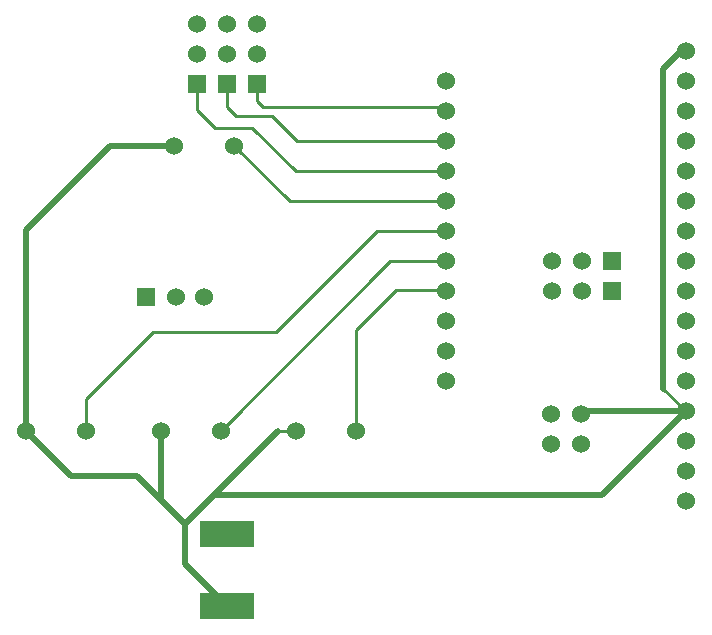
<source format=gbl>
G04*
G04 #@! TF.GenerationSoftware,Altium Limited,Altium Designer,18.0.12 (696)*
G04*
G04 Layer_Physical_Order=2*
G04 Layer_Color=16711680*
%FSLAX24Y24*%
%MOIN*%
G70*
G01*
G75*
%ADD10C,0.0100*%
%ADD14C,0.0200*%
%ADD15C,0.0600*%
%ADD16R,0.0600X0.0600*%
%ADD17R,0.1800X0.0900*%
D10*
X33300Y27850D02*
X33350Y27800D01*
X40850Y40750D02*
X41000Y40600D01*
X34900Y40750D02*
X40850D01*
X34700Y40950D02*
X34900Y40750D01*
X34700Y40950D02*
Y41500D01*
X36050Y39600D02*
X41000D01*
X35200Y40450D02*
X36050Y39600D01*
X34000Y40450D02*
X35200D01*
X33700Y40750D02*
X34000Y40450D01*
X33700Y40750D02*
Y41500D01*
X36000Y38600D02*
X41000D01*
X34550Y40050D02*
X36000Y38600D01*
X33300Y40050D02*
X34550D01*
X32700Y40650D02*
X33300Y40050D01*
X32700Y40650D02*
Y41500D01*
X40950Y34650D02*
X41000Y34600D01*
X39350Y34650D02*
X40950D01*
X38000Y33300D02*
X39350Y34650D01*
X38000Y29950D02*
Y33300D01*
X39150Y35600D02*
X41000D01*
X33500Y29950D02*
X39150Y35600D01*
X38700Y36600D02*
X41000D01*
X35350Y33250D02*
X38700Y36600D01*
X31250Y33250D02*
X35350D01*
X29000Y31000D02*
X31250Y33250D01*
X29000Y29950D02*
Y31000D01*
X35800Y37600D02*
X41000D01*
X33950Y39450D02*
X35800Y37600D01*
X48850Y42600D02*
X49000D01*
X48250Y31350D02*
X49000Y30600D01*
X45500Y30500D02*
X45600Y30600D01*
X35400Y29950D02*
X36000D01*
D14*
X33350Y27800D02*
X34250D01*
X46200D02*
X49000Y30600D01*
X34250Y27800D02*
X46200D01*
X48250Y42000D02*
X48850Y42600D01*
X48250Y31350D02*
Y42000D01*
X45600Y30600D02*
X49000D01*
X29800Y39450D02*
X31950D01*
X27000Y36650D02*
X29800Y39450D01*
X27000Y29950D02*
Y36650D01*
X32300Y26850D02*
X35400Y29950D01*
X31500Y27650D02*
Y29950D01*
X27000D02*
X28500Y28450D01*
X30700D01*
X32300Y26850D01*
Y25500D02*
Y26850D01*
Y25500D02*
X33700Y24100D01*
D15*
X45500Y30500D02*
D03*
Y29500D02*
D03*
X44500Y30500D02*
D03*
Y29500D02*
D03*
X45550Y34600D02*
D03*
Y35600D02*
D03*
X44550Y34600D02*
D03*
Y35600D02*
D03*
X33950Y39450D02*
D03*
X31950D02*
D03*
X32950Y34400D02*
D03*
X32000D02*
D03*
X32700Y43500D02*
D03*
X33700D02*
D03*
X34700D02*
D03*
Y42500D02*
D03*
X33700D02*
D03*
X32700D02*
D03*
X38000Y29950D02*
D03*
X36000D02*
D03*
X33500D02*
D03*
X31500D02*
D03*
X29000D02*
D03*
X27000D02*
D03*
X41000Y31600D02*
D03*
Y32600D02*
D03*
Y33600D02*
D03*
Y34600D02*
D03*
Y35600D02*
D03*
Y36600D02*
D03*
Y37600D02*
D03*
Y38600D02*
D03*
Y39600D02*
D03*
Y40600D02*
D03*
Y41600D02*
D03*
X49000Y42600D02*
D03*
Y41600D02*
D03*
Y40600D02*
D03*
Y39600D02*
D03*
Y38600D02*
D03*
Y37600D02*
D03*
Y36600D02*
D03*
Y35600D02*
D03*
Y34600D02*
D03*
Y33600D02*
D03*
Y32600D02*
D03*
Y31600D02*
D03*
Y30600D02*
D03*
Y29600D02*
D03*
Y28600D02*
D03*
Y27600D02*
D03*
D16*
X46550Y34600D02*
D03*
Y35600D02*
D03*
X31000Y34400D02*
D03*
X34700Y41500D02*
D03*
X33700D02*
D03*
X32700D02*
D03*
D17*
X33700Y26500D02*
D03*
Y24100D02*
D03*
M02*

</source>
